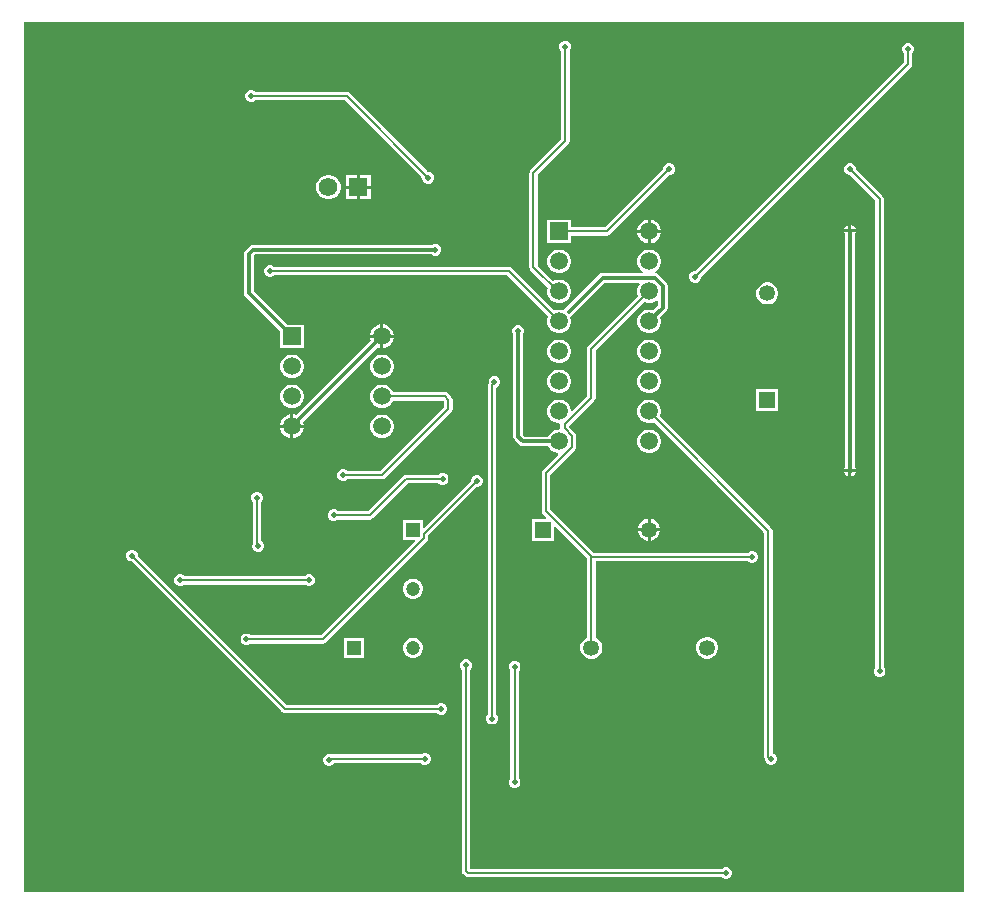
<source format=gbl>
G04*
G04 #@! TF.GenerationSoftware,Altium Limited,Altium Designer,23.11.1 (41)*
G04*
G04 Layer_Physical_Order=2*
G04 Layer_Color=16711680*
%FSLAX44Y44*%
%MOMM*%
G71*
G04*
G04 #@! TF.SameCoordinates,6762E12D-089E-49D2-B3B2-2041342F93EC*
G04*
G04*
G04 #@! TF.FilePolarity,Positive*
G04*
G01*
G75*
%ADD12C,0.2000*%
%ADD19C,1.2000*%
%ADD20R,1.2000X1.2000*%
%ADD21R,1.2000X1.2000*%
%ADD24C,1.5700*%
%ADD25R,1.5700X1.5700*%
%ADD29C,0.3000*%
%ADD30R,1.3500X1.3500*%
%ADD31C,1.3500*%
%ADD32C,1.5000*%
%ADD33R,1.5000X1.5000*%
%ADD34R,1.3500X1.3500*%
%ADD35C,0.5000*%
G36*
X836000Y40000D02*
X40000D01*
Y777000D01*
X836000D01*
Y40000D01*
D02*
G37*
%LPC*%
G36*
X233741Y719046D02*
X231751D01*
X229914Y718285D01*
X228507Y716878D01*
X227746Y715041D01*
Y713051D01*
X228507Y711214D01*
X229914Y709807D01*
X231751Y709046D01*
X233741D01*
X235578Y709807D01*
X236248Y710477D01*
X312268D01*
X377746Y644999D01*
Y644051D01*
X378507Y642214D01*
X379914Y640807D01*
X381752Y640046D01*
X383741D01*
X385578Y640807D01*
X386985Y642214D01*
X387746Y644051D01*
Y646041D01*
X386985Y647878D01*
X385578Y649285D01*
X383741Y650046D01*
X382793D01*
X316269Y716569D01*
X315112Y717343D01*
X313746Y717615D01*
X236248D01*
X235578Y718285D01*
X233741Y719046D01*
D02*
G37*
G36*
X333836Y647436D02*
X324716D01*
Y638316D01*
X333836D01*
Y647436D01*
D02*
G37*
G36*
X322176D02*
X313056D01*
Y638316D01*
X322176D01*
Y647436D01*
D02*
G37*
G36*
X299409Y647396D02*
X296683D01*
X294051Y646691D01*
X291691Y645328D01*
X289764Y643401D01*
X288401Y641041D01*
X287696Y638409D01*
Y635683D01*
X288401Y633051D01*
X289764Y630691D01*
X291691Y628764D01*
X294051Y627401D01*
X296683Y626696D01*
X299409D01*
X302041Y627401D01*
X304401Y628764D01*
X306328Y630691D01*
X307691Y633051D01*
X308396Y635683D01*
Y638409D01*
X307691Y641041D01*
X306328Y643401D01*
X304401Y645328D01*
X302041Y646691D01*
X299409Y647396D01*
D02*
G37*
G36*
X333836Y635776D02*
X324716D01*
Y626656D01*
X333836D01*
Y635776D01*
D02*
G37*
G36*
X322176D02*
X313056D01*
Y626656D01*
X322176D01*
Y635776D01*
D02*
G37*
G36*
X587741Y657046D02*
X585751D01*
X583914Y656285D01*
X582507Y654878D01*
X581746Y653041D01*
Y652093D01*
X532668Y603015D01*
X503546D01*
Y609446D01*
X483546D01*
Y589446D01*
X503546D01*
Y595877D01*
X534146D01*
X535512Y596149D01*
X536669Y596923D01*
X586793Y647046D01*
X587741D01*
X589578Y647807D01*
X590985Y649214D01*
X591746Y651051D01*
Y653041D01*
X590985Y654878D01*
X589578Y656285D01*
X587741Y657046D01*
D02*
G37*
G36*
X741016Y604975D02*
Y601316D01*
X744675D01*
X744019Y602901D01*
X742601Y604319D01*
X741016Y604975D01*
D02*
G37*
G36*
X738476D02*
X736891Y604319D01*
X735473Y602901D01*
X734817Y601316D01*
X738476D01*
Y604975D01*
D02*
G37*
G36*
X571068Y609486D02*
X571016D01*
Y600716D01*
X579786D01*
Y600768D01*
X579102Y603321D01*
X577780Y605611D01*
X575911Y607480D01*
X573621Y608802D01*
X571068Y609486D01*
D02*
G37*
G36*
X568476D02*
X568424D01*
X565871Y608802D01*
X563581Y607480D01*
X561712Y605611D01*
X560390Y603321D01*
X559706Y600768D01*
Y600716D01*
X568476D01*
Y609486D01*
D02*
G37*
G36*
X579786Y598176D02*
X571016D01*
Y589406D01*
X571068D01*
X573621Y590090D01*
X575911Y591412D01*
X577780Y593281D01*
X579102Y595571D01*
X579786Y598124D01*
Y598176D01*
D02*
G37*
G36*
X568476D02*
X559706D01*
Y598124D01*
X560390Y595571D01*
X561712Y593281D01*
X563581Y591412D01*
X565871Y590090D01*
X568424Y589406D01*
X568476D01*
Y598176D01*
D02*
G37*
G36*
X389741Y589046D02*
X387751D01*
X385914Y588285D01*
X385753Y588124D01*
X234503D01*
X234503Y588124D01*
X232943Y587814D01*
X231620Y586930D01*
X231619Y586930D01*
X227862Y583172D01*
X226978Y581849D01*
X226668Y580289D01*
X226668Y580289D01*
Y547206D01*
X226668Y547206D01*
X226978Y545645D01*
X227862Y544322D01*
X257306Y514878D01*
Y500646D01*
X277306D01*
Y520646D01*
X263074D01*
X234824Y548895D01*
Y578599D01*
X236193Y579968D01*
X385753D01*
X385914Y579807D01*
X387751Y579046D01*
X389741D01*
X391578Y579807D01*
X392985Y581214D01*
X393746Y583051D01*
Y585041D01*
X392985Y586878D01*
X391578Y588285D01*
X389741Y589046D01*
D02*
G37*
G36*
X571063Y584046D02*
X568429D01*
X565886Y583364D01*
X563606Y582048D01*
X561744Y580186D01*
X560428Y577906D01*
X559746Y575363D01*
Y572729D01*
X560428Y570186D01*
X561744Y567906D01*
X563606Y566044D01*
X564558Y565494D01*
X564218Y564224D01*
X530446D01*
X530446Y564224D01*
X528885Y563914D01*
X527562Y563030D01*
X498794Y534262D01*
X497910Y532938D01*
X496584Y532785D01*
X494863Y533246D01*
X492229D01*
X489686Y532565D01*
X489425Y532414D01*
X453269Y568569D01*
X452112Y569343D01*
X450746Y569615D01*
X252248D01*
X251578Y570285D01*
X249741Y571046D01*
X247751D01*
X245914Y570285D01*
X244507Y568878D01*
X243746Y567040D01*
Y565051D01*
X244507Y563214D01*
X245914Y561807D01*
X247751Y561046D01*
X249741D01*
X251578Y561807D01*
X252248Y562477D01*
X449268D01*
X484378Y527367D01*
X484227Y527106D01*
X483546Y524562D01*
Y521930D01*
X484227Y519386D01*
X485544Y517106D01*
X487406Y515244D01*
X489686Y513927D01*
X492229Y513246D01*
X494863D01*
X497406Y513927D01*
X499686Y515244D01*
X501548Y517106D01*
X502864Y519386D01*
X503546Y521930D01*
Y524562D01*
X503085Y526284D01*
X503238Y527610D01*
X504562Y528494D01*
X532135Y556068D01*
X561366D01*
X561852Y554894D01*
X561744Y554786D01*
X560428Y552506D01*
X559746Y549963D01*
Y547329D01*
X560428Y544786D01*
X560578Y544525D01*
X518223Y502169D01*
X517449Y501012D01*
X517178Y499646D01*
Y460168D01*
X504719Y447710D01*
X503546Y448196D01*
Y448363D01*
X502864Y450906D01*
X501548Y453186D01*
X499686Y455048D01*
X497406Y456365D01*
X494863Y457046D01*
X492229D01*
X489686Y456365D01*
X487406Y455048D01*
X485544Y453186D01*
X484227Y450906D01*
X483546Y448363D01*
Y445729D01*
X484227Y443186D01*
X485544Y440906D01*
X487406Y439044D01*
X489686Y437728D01*
X492229Y437046D01*
X493732D01*
X494537Y436064D01*
X494534Y436046D01*
Y432646D01*
X494537Y432628D01*
X493732Y431646D01*
X492229D01*
X489686Y430965D01*
X487406Y429648D01*
X485544Y427786D01*
X484354Y425724D01*
X464593D01*
X462824Y427493D01*
Y512053D01*
X462985Y512214D01*
X463746Y514051D01*
Y516040D01*
X462985Y517878D01*
X461578Y519285D01*
X459741Y520046D01*
X457752D01*
X455914Y519285D01*
X454507Y517878D01*
X453746Y516040D01*
Y514051D01*
X454507Y512214D01*
X454668Y512053D01*
Y425803D01*
X454668Y425803D01*
X454978Y424243D01*
X455862Y422920D01*
X460019Y418762D01*
X460020Y418762D01*
X461343Y417878D01*
X462903Y417568D01*
X462904Y417568D01*
X484354D01*
X485544Y415506D01*
X487406Y413644D01*
X489686Y412327D01*
X492229Y411646D01*
X492396D01*
X492882Y410473D01*
X480023Y397613D01*
X479249Y396455D01*
X478978Y395090D01*
Y362696D01*
X479249Y361330D01*
X480023Y360172D01*
X482726Y357469D01*
X482240Y356296D01*
X470496D01*
Y337796D01*
X488996D01*
Y349540D01*
X490169Y350026D01*
X517178Y323018D01*
Y255666D01*
X517176Y255666D01*
X515066Y254448D01*
X513344Y252726D01*
X512126Y250616D01*
X511496Y248264D01*
Y245828D01*
X512126Y243476D01*
X513344Y241366D01*
X515066Y239644D01*
X517176Y238426D01*
X519528Y237796D01*
X521964D01*
X524316Y238426D01*
X526426Y239644D01*
X528148Y241366D01*
X529366Y243476D01*
X529996Y245828D01*
Y248264D01*
X529366Y250616D01*
X528148Y252726D01*
X526426Y254448D01*
X524316Y255666D01*
X524315Y255666D01*
Y320477D01*
X653243D01*
X653914Y319807D01*
X655751Y319046D01*
X657741D01*
X659578Y319807D01*
X660985Y321214D01*
X661746Y323051D01*
Y325041D01*
X660985Y326878D01*
X659578Y328285D01*
X657741Y329046D01*
X655751D01*
X653914Y328285D01*
X653243Y327615D01*
X522674D01*
X486115Y364174D01*
Y393611D01*
X507069Y414566D01*
X507843Y415724D01*
X508115Y417090D01*
Y426202D01*
X507843Y427568D01*
X507069Y428726D01*
X501671Y434124D01*
Y434568D01*
X523269Y456166D01*
X524043Y457324D01*
X524315Y458690D01*
Y498168D01*
X565625Y539478D01*
X565886Y539328D01*
X568429Y538646D01*
X571063D01*
X573606Y539328D01*
X575886Y540644D01*
X575994Y540752D01*
X577168Y540266D01*
Y536435D01*
X573362Y532630D01*
X571063Y533246D01*
X568429D01*
X565886Y532565D01*
X563606Y531248D01*
X561744Y529386D01*
X560428Y527106D01*
X559746Y524562D01*
Y521930D01*
X560428Y519386D01*
X561744Y517106D01*
X563606Y515244D01*
X565886Y513927D01*
X568429Y513246D01*
X571063D01*
X573606Y513927D01*
X575886Y515244D01*
X577748Y517106D01*
X579064Y519386D01*
X579746Y521930D01*
Y524562D01*
X579130Y526862D01*
X584130Y531862D01*
X584130Y531862D01*
X585014Y533185D01*
X585324Y534746D01*
X585324Y534746D01*
Y553409D01*
X585014Y554970D01*
X584130Y556293D01*
X584130Y556293D01*
X577393Y563030D01*
X576070Y563914D01*
X575078Y564111D01*
X574857Y565450D01*
X575886Y566044D01*
X577748Y567906D01*
X579064Y570186D01*
X579746Y572729D01*
Y575363D01*
X579064Y577906D01*
X577748Y580186D01*
X575886Y582048D01*
X573606Y583364D01*
X571063Y584046D01*
D02*
G37*
G36*
X494863D02*
X492229D01*
X489686Y583364D01*
X487406Y582048D01*
X485544Y580186D01*
X484227Y577906D01*
X483546Y575363D01*
Y572729D01*
X484227Y570186D01*
X485544Y567906D01*
X487406Y566044D01*
X489686Y564728D01*
X492229Y564046D01*
X494863D01*
X497406Y564728D01*
X499686Y566044D01*
X501548Y567906D01*
X502864Y570186D01*
X503546Y572729D01*
Y575363D01*
X502864Y577906D01*
X501548Y580186D01*
X499686Y582048D01*
X497406Y583364D01*
X494863Y584046D01*
D02*
G37*
G36*
X789741Y759046D02*
X787751D01*
X785914Y758285D01*
X784507Y756878D01*
X783746Y755041D01*
Y753051D01*
X784507Y751214D01*
X785177Y750544D01*
Y742524D01*
X608699Y566046D01*
X607752D01*
X605914Y565285D01*
X604507Y563878D01*
X603746Y562041D01*
Y560051D01*
X604507Y558214D01*
X605914Y556807D01*
X607752Y556046D01*
X609741D01*
X611578Y556807D01*
X612985Y558214D01*
X613746Y560051D01*
Y560999D01*
X791269Y738523D01*
X792043Y739680D01*
X792315Y741046D01*
Y750544D01*
X792985Y751214D01*
X793746Y753051D01*
Y755041D01*
X792985Y756878D01*
X791578Y758285D01*
X789741Y759046D01*
D02*
G37*
G36*
X499741Y761046D02*
X497752D01*
X495914Y760285D01*
X494507Y758878D01*
X493746Y757040D01*
Y755051D01*
X494507Y753214D01*
X495177Y752543D01*
Y677118D01*
X469223Y651163D01*
X468449Y650006D01*
X468177Y648640D01*
Y569046D01*
X468449Y567680D01*
X469223Y566523D01*
X484019Y551727D01*
X483546Y549963D01*
Y547329D01*
X484227Y544786D01*
X485544Y542506D01*
X487406Y540644D01*
X489686Y539328D01*
X492229Y538646D01*
X494863D01*
X497406Y539328D01*
X499686Y540644D01*
X501548Y542506D01*
X502864Y544786D01*
X503546Y547329D01*
Y549963D01*
X502864Y552506D01*
X501548Y554786D01*
X499686Y556648D01*
X497406Y557965D01*
X494863Y558646D01*
X492229D01*
X489686Y557965D01*
X488537Y557301D01*
X475315Y570524D01*
Y647162D01*
X501269Y673117D01*
X502043Y674274D01*
X502315Y675640D01*
Y752543D01*
X502985Y753214D01*
X503746Y755051D01*
Y757040D01*
X502985Y758878D01*
X501578Y760285D01*
X499741Y761046D01*
D02*
G37*
G36*
X670964Y556296D02*
X668528D01*
X666176Y555666D01*
X664066Y554448D01*
X662344Y552726D01*
X661126Y550616D01*
X660496Y548264D01*
Y545828D01*
X661126Y543476D01*
X662344Y541366D01*
X664066Y539644D01*
X666176Y538426D01*
X668528Y537796D01*
X670964D01*
X673316Y538426D01*
X675426Y539644D01*
X677148Y541366D01*
X678366Y543476D01*
X678996Y545828D01*
Y548264D01*
X678366Y550616D01*
X677148Y552726D01*
X675426Y554448D01*
X673316Y555666D01*
X670964Y556296D01*
D02*
G37*
G36*
X344828Y520686D02*
X344776D01*
Y511916D01*
X353546D01*
Y511968D01*
X352862Y514521D01*
X351540Y516811D01*
X349671Y518680D01*
X347381Y520002D01*
X344828Y520686D01*
D02*
G37*
G36*
X342236D02*
X342184D01*
X339631Y520002D01*
X337341Y518680D01*
X335472Y516811D01*
X334150Y514521D01*
X333466Y511968D01*
Y511916D01*
X342236D01*
Y520686D01*
D02*
G37*
G36*
X353546Y509376D02*
X344776D01*
Y500606D01*
X344828D01*
X347381Y501290D01*
X349671Y502612D01*
X351540Y504481D01*
X352862Y506771D01*
X353546Y509324D01*
Y509376D01*
D02*
G37*
G36*
X342236D02*
X333466D01*
Y509324D01*
X334090Y506997D01*
X270955Y443862D01*
X268628Y444486D01*
X268576D01*
Y435716D01*
X277346D01*
Y435768D01*
X276723Y438095D01*
X339857Y501230D01*
X342184Y500606D01*
X342236D01*
Y509376D01*
D02*
G37*
G36*
X571063Y507846D02*
X568429D01*
X565886Y507164D01*
X563606Y505848D01*
X561744Y503986D01*
X560428Y501706D01*
X559746Y499162D01*
Y496530D01*
X560428Y493986D01*
X561744Y491706D01*
X563606Y489844D01*
X565886Y488527D01*
X568429Y487846D01*
X571063D01*
X573606Y488527D01*
X575886Y489844D01*
X577748Y491706D01*
X579064Y493986D01*
X579746Y496530D01*
Y499162D01*
X579064Y501706D01*
X577748Y503986D01*
X575886Y505848D01*
X573606Y507164D01*
X571063Y507846D01*
D02*
G37*
G36*
X494863D02*
X492229D01*
X489686Y507164D01*
X487406Y505848D01*
X485544Y503986D01*
X484227Y501706D01*
X483546Y499162D01*
Y496530D01*
X484227Y493986D01*
X485544Y491706D01*
X487406Y489844D01*
X489686Y488527D01*
X492229Y487846D01*
X494863D01*
X497406Y488527D01*
X499686Y489844D01*
X501548Y491706D01*
X502864Y493986D01*
X503546Y496530D01*
Y499162D01*
X502864Y501706D01*
X501548Y503986D01*
X499686Y505848D01*
X497406Y507164D01*
X494863Y507846D01*
D02*
G37*
G36*
X344823Y495246D02*
X342189D01*
X339646Y494565D01*
X337366Y493248D01*
X335504Y491386D01*
X334188Y489106D01*
X333506Y486562D01*
Y483929D01*
X334188Y481386D01*
X335504Y479106D01*
X337366Y477244D01*
X339646Y475928D01*
X342189Y475246D01*
X344823D01*
X347366Y475928D01*
X349646Y477244D01*
X351508Y479106D01*
X352825Y481386D01*
X353506Y483929D01*
Y486562D01*
X352825Y489106D01*
X351508Y491386D01*
X349646Y493248D01*
X347366Y494565D01*
X344823Y495246D01*
D02*
G37*
G36*
X268623D02*
X265989D01*
X263446Y494565D01*
X261166Y493248D01*
X259304Y491386D01*
X257987Y489106D01*
X257306Y486562D01*
Y483929D01*
X257987Y481386D01*
X259304Y479106D01*
X261166Y477244D01*
X263446Y475928D01*
X265989Y475246D01*
X268623D01*
X271166Y475928D01*
X273446Y477244D01*
X275308Y479106D01*
X276625Y481386D01*
X277306Y483929D01*
Y486562D01*
X276625Y489106D01*
X275308Y491386D01*
X273446Y493248D01*
X271166Y494565D01*
X268623Y495246D01*
D02*
G37*
G36*
X571063Y482446D02*
X568429D01*
X565886Y481764D01*
X563606Y480448D01*
X561744Y478586D01*
X560428Y476306D01*
X559746Y473763D01*
Y471129D01*
X560428Y468586D01*
X561744Y466306D01*
X563606Y464444D01*
X565886Y463128D01*
X568429Y462446D01*
X571063D01*
X573606Y463128D01*
X575886Y464444D01*
X577748Y466306D01*
X579064Y468586D01*
X579746Y471129D01*
Y473763D01*
X579064Y476306D01*
X577748Y478586D01*
X575886Y480448D01*
X573606Y481764D01*
X571063Y482446D01*
D02*
G37*
G36*
X494863D02*
X492229D01*
X489686Y481764D01*
X487406Y480448D01*
X485544Y478586D01*
X484227Y476306D01*
X483546Y473763D01*
Y471129D01*
X484227Y468586D01*
X485544Y466306D01*
X487406Y464444D01*
X489686Y463128D01*
X492229Y462446D01*
X494863D01*
X497406Y463128D01*
X499686Y464444D01*
X501548Y466306D01*
X502864Y468586D01*
X503546Y471129D01*
Y473763D01*
X502864Y476306D01*
X501548Y478586D01*
X499686Y480448D01*
X497406Y481764D01*
X494863Y482446D01*
D02*
G37*
G36*
X268623Y469846D02*
X265989D01*
X263446Y469165D01*
X261166Y467848D01*
X259304Y465986D01*
X257987Y463706D01*
X257306Y461162D01*
Y458530D01*
X257987Y455986D01*
X259304Y453706D01*
X261166Y451844D01*
X263446Y450527D01*
X265989Y449846D01*
X268623D01*
X271166Y450527D01*
X273446Y451844D01*
X275308Y453706D01*
X276625Y455986D01*
X277306Y458530D01*
Y461162D01*
X276625Y463706D01*
X275308Y465986D01*
X273446Y467848D01*
X271166Y469165D01*
X268623Y469846D01*
D02*
G37*
G36*
X678996Y466296D02*
X660496D01*
Y447796D01*
X678996D01*
Y466296D01*
D02*
G37*
G36*
X266036Y444486D02*
X265984D01*
X263431Y443802D01*
X261141Y442480D01*
X259272Y440611D01*
X257950Y438321D01*
X257266Y435768D01*
Y435716D01*
X266036D01*
Y444486D01*
D02*
G37*
G36*
X344823Y444446D02*
X342189D01*
X339646Y443764D01*
X337366Y442448D01*
X335504Y440586D01*
X334188Y438306D01*
X333506Y435762D01*
Y433130D01*
X334188Y430586D01*
X335504Y428306D01*
X337366Y426444D01*
X339646Y425127D01*
X342189Y424446D01*
X344823D01*
X347366Y425127D01*
X349646Y426444D01*
X351508Y428306D01*
X352825Y430586D01*
X353506Y433130D01*
Y435762D01*
X352825Y438306D01*
X351508Y440586D01*
X349646Y442448D01*
X347366Y443764D01*
X344823Y444446D01*
D02*
G37*
G36*
X277346Y433176D02*
X268576D01*
Y424406D01*
X268628D01*
X271181Y425090D01*
X273471Y426412D01*
X275340Y428281D01*
X276662Y430571D01*
X277346Y433124D01*
Y433176D01*
D02*
G37*
G36*
X266036D02*
X257266D01*
Y433124D01*
X257950Y430571D01*
X259272Y428281D01*
X261141Y426412D01*
X263431Y425090D01*
X265984Y424406D01*
X266036D01*
Y433176D01*
D02*
G37*
G36*
X571063Y431646D02*
X568429D01*
X565886Y430965D01*
X563606Y429648D01*
X561744Y427786D01*
X560428Y425506D01*
X559746Y422962D01*
Y420330D01*
X560428Y417786D01*
X561744Y415506D01*
X563606Y413644D01*
X565886Y412327D01*
X568429Y411646D01*
X571063D01*
X573606Y412327D01*
X575886Y413644D01*
X577748Y415506D01*
X579064Y417786D01*
X579746Y420330D01*
Y422962D01*
X579064Y425506D01*
X577748Y427786D01*
X575886Y429648D01*
X573606Y430965D01*
X571063Y431646D01*
D02*
G37*
G36*
X744675Y598776D02*
X734817D01*
X735473Y597191D01*
X735668Y596997D01*
Y400095D01*
X735473Y399901D01*
X734817Y398316D01*
X744675D01*
X744019Y399901D01*
X743824Y400095D01*
Y596997D01*
X744019Y597191D01*
X744675Y598776D01*
D02*
G37*
G36*
X344823Y469846D02*
X342189D01*
X339646Y469165D01*
X337366Y467848D01*
X335504Y465986D01*
X334188Y463706D01*
X333506Y461162D01*
Y458530D01*
X334188Y455986D01*
X335504Y453706D01*
X337366Y451844D01*
X339646Y450527D01*
X342189Y449846D01*
X344823D01*
X347366Y450527D01*
X349646Y451844D01*
X351508Y453706D01*
X352825Y455986D01*
X352903Y456277D01*
X395468D01*
X396177Y455568D01*
Y450524D01*
X342268Y396615D01*
X314249D01*
X313578Y397285D01*
X311741Y398046D01*
X309751D01*
X307914Y397285D01*
X306507Y395878D01*
X305746Y394041D01*
Y392051D01*
X306507Y390214D01*
X307914Y388807D01*
X309751Y388046D01*
X311741D01*
X313578Y388807D01*
X314249Y389477D01*
X343746D01*
X345112Y389749D01*
X346269Y390523D01*
X402269Y446523D01*
X403043Y447680D01*
X403315Y449046D01*
Y457046D01*
X403043Y458412D01*
X402269Y459569D01*
X399469Y462369D01*
X398312Y463143D01*
X396946Y463415D01*
X352903D01*
X352825Y463706D01*
X351508Y465986D01*
X349646Y467848D01*
X347366Y469165D01*
X344823Y469846D01*
D02*
G37*
G36*
X744675Y395776D02*
X741016D01*
Y392117D01*
X742601Y392773D01*
X744019Y394191D01*
X744675Y395776D01*
D02*
G37*
G36*
X738476D02*
X734817D01*
X735473Y394191D01*
X736891Y392773D01*
X738476Y392117D01*
Y395776D01*
D02*
G37*
G36*
X395741Y395046D02*
X393751D01*
X391914Y394285D01*
X391244Y393615D01*
X364246D01*
X362880Y393343D01*
X361723Y392569D01*
X331768Y362615D01*
X306248D01*
X305578Y363285D01*
X303741Y364046D01*
X301751D01*
X299914Y363285D01*
X298507Y361878D01*
X297746Y360041D01*
Y358051D01*
X298507Y356214D01*
X299914Y354807D01*
X301751Y354046D01*
X303741D01*
X305578Y354807D01*
X306248Y355477D01*
X333246D01*
X334612Y355749D01*
X335769Y356523D01*
X365724Y386477D01*
X391244D01*
X391914Y385807D01*
X393751Y385046D01*
X395741D01*
X397578Y385807D01*
X398985Y387214D01*
X399746Y389051D01*
Y391041D01*
X398985Y392878D01*
X397578Y394285D01*
X395741Y395046D01*
D02*
G37*
G36*
X424741Y393046D02*
X422752D01*
X420914Y392285D01*
X419507Y390878D01*
X418746Y389040D01*
Y388093D01*
X379419Y348766D01*
X378246Y349252D01*
Y355546D01*
X361246D01*
Y338546D01*
X371490D01*
X371976Y337373D01*
X292218Y257615D01*
X232248D01*
X231578Y258285D01*
X229741Y259046D01*
X227752D01*
X225914Y258285D01*
X224507Y256878D01*
X223746Y255041D01*
Y253051D01*
X224507Y251214D01*
X225914Y249807D01*
X227752Y249046D01*
X229741D01*
X231578Y249807D01*
X232248Y250477D01*
X293696D01*
X295061Y250749D01*
X296219Y251523D01*
X381769Y337073D01*
X382543Y338231D01*
X382815Y339596D01*
Y342068D01*
X423793Y383046D01*
X424741D01*
X426578Y383807D01*
X427985Y385214D01*
X428746Y387051D01*
Y389040D01*
X427985Y390878D01*
X426578Y392285D01*
X424741Y393046D01*
D02*
G37*
G36*
X571016Y356323D02*
Y348316D01*
X579024D01*
X578403Y350632D01*
X577180Y352750D01*
X575450Y354480D01*
X573332Y355703D01*
X571016Y356323D01*
D02*
G37*
G36*
X568476D02*
X566160Y355703D01*
X564042Y354480D01*
X562312Y352750D01*
X561089Y350632D01*
X560469Y348316D01*
X568476D01*
Y356323D01*
D02*
G37*
G36*
X579024Y345776D02*
X571016D01*
Y337769D01*
X573332Y338389D01*
X575450Y339612D01*
X577180Y341342D01*
X578403Y343460D01*
X579024Y345776D01*
D02*
G37*
G36*
X568476D02*
X560469D01*
X561089Y343460D01*
X562312Y341342D01*
X564042Y339612D01*
X566160Y338389D01*
X568476Y337769D01*
Y345776D01*
D02*
G37*
G36*
X238741Y379046D02*
X236751D01*
X234914Y378285D01*
X233507Y376878D01*
X232746Y375041D01*
Y373051D01*
X233507Y371214D01*
X234177Y370544D01*
Y335082D01*
X233746Y334041D01*
Y332051D01*
X234507Y330214D01*
X235914Y328807D01*
X237752Y328046D01*
X239741D01*
X241578Y328807D01*
X242985Y330214D01*
X243746Y332051D01*
Y334041D01*
X242985Y335878D01*
X241578Y337285D01*
X241315Y337394D01*
Y370544D01*
X241985Y371214D01*
X242746Y373051D01*
Y375041D01*
X241985Y376878D01*
X240578Y378285D01*
X238741Y379046D01*
D02*
G37*
G36*
X282741Y309046D02*
X280751D01*
X278914Y308285D01*
X278244Y307615D01*
X176248D01*
X175578Y308285D01*
X173741Y309046D01*
X171751D01*
X169914Y308285D01*
X168507Y306878D01*
X167746Y305041D01*
Y303051D01*
X168507Y301214D01*
X169914Y299807D01*
X171751Y299046D01*
X173741D01*
X175578Y299807D01*
X176248Y300477D01*
X278244D01*
X278914Y299807D01*
X280751Y299046D01*
X282741D01*
X284578Y299807D01*
X285985Y301214D01*
X286746Y303051D01*
Y305041D01*
X285985Y306878D01*
X284578Y308285D01*
X282741Y309046D01*
D02*
G37*
G36*
X370865Y305546D02*
X368627D01*
X366465Y304967D01*
X364527Y303848D01*
X362944Y302265D01*
X361825Y300327D01*
X361246Y298165D01*
Y295927D01*
X361825Y293765D01*
X362944Y291827D01*
X364527Y290244D01*
X366465Y289125D01*
X368627Y288546D01*
X370865D01*
X373027Y289125D01*
X374965Y290244D01*
X376548Y291827D01*
X377667Y293765D01*
X378246Y295927D01*
Y298165D01*
X377667Y300327D01*
X376548Y302265D01*
X374965Y303848D01*
X373027Y304967D01*
X370865Y305546D01*
D02*
G37*
G36*
Y255546D02*
X368627D01*
X366465Y254967D01*
X364527Y253848D01*
X362944Y252265D01*
X361825Y250327D01*
X361246Y248165D01*
Y245927D01*
X361825Y243765D01*
X362944Y241827D01*
X364527Y240244D01*
X366465Y239125D01*
X368627Y238546D01*
X370865D01*
X373027Y239125D01*
X374965Y240244D01*
X376548Y241827D01*
X377667Y243765D01*
X378246Y245927D01*
Y248165D01*
X377667Y250327D01*
X376548Y252265D01*
X374965Y253848D01*
X373027Y254967D01*
X370865Y255546D01*
D02*
G37*
G36*
X328246D02*
X311246D01*
Y238546D01*
X328246D01*
Y255546D01*
D02*
G37*
G36*
X619964Y256296D02*
X617528D01*
X615176Y255666D01*
X613066Y254448D01*
X611344Y252726D01*
X610126Y250616D01*
X609496Y248264D01*
Y245828D01*
X610126Y243476D01*
X611344Y241366D01*
X613066Y239644D01*
X615176Y238426D01*
X617528Y237796D01*
X619964D01*
X622316Y238426D01*
X624426Y239644D01*
X626148Y241366D01*
X627366Y243476D01*
X627996Y245828D01*
Y248264D01*
X627366Y250616D01*
X626148Y252726D01*
X624426Y254448D01*
X622316Y255666D01*
X619964Y256296D01*
D02*
G37*
G36*
X740741Y657046D02*
X738752D01*
X736914Y656285D01*
X735507Y654878D01*
X734746Y653041D01*
Y651051D01*
X735507Y649214D01*
X736914Y647807D01*
X738752Y647046D01*
X739699D01*
X761177Y625568D01*
Y230548D01*
X760507Y229878D01*
X759746Y228041D01*
Y226051D01*
X760507Y224214D01*
X761914Y222807D01*
X763752Y222046D01*
X765741D01*
X767578Y222807D01*
X768985Y224214D01*
X769746Y226051D01*
Y228041D01*
X768985Y229878D01*
X768315Y230548D01*
Y627046D01*
X768043Y628412D01*
X767269Y629569D01*
X744746Y652093D01*
Y653041D01*
X743985Y654878D01*
X742578Y656285D01*
X740741Y657046D01*
D02*
G37*
G36*
X132741Y330046D02*
X130751D01*
X128914Y329285D01*
X127507Y327878D01*
X126746Y326040D01*
Y324051D01*
X127507Y322214D01*
X128914Y320807D01*
X130751Y320046D01*
X131699D01*
X259223Y192523D01*
X260380Y191749D01*
X261746Y191477D01*
X390243D01*
X390914Y190807D01*
X392752Y190046D01*
X394741D01*
X396578Y190807D01*
X397985Y192214D01*
X398746Y194051D01*
Y196041D01*
X397985Y197878D01*
X396578Y199285D01*
X394741Y200046D01*
X392752D01*
X390914Y199285D01*
X390243Y198615D01*
X263224D01*
X136746Y325093D01*
Y326040D01*
X135985Y327878D01*
X134578Y329285D01*
X132741Y330046D01*
D02*
G37*
G36*
X439741Y477046D02*
X437751D01*
X435914Y476285D01*
X434507Y474878D01*
X433746Y473041D01*
Y471051D01*
X433748Y471047D01*
X433449Y470600D01*
X433177Y469234D01*
Y190548D01*
X432507Y189878D01*
X431746Y188041D01*
Y186051D01*
X432507Y184214D01*
X433914Y182807D01*
X435751Y182046D01*
X437741D01*
X439578Y182807D01*
X440985Y184214D01*
X441746Y186051D01*
Y188041D01*
X440985Y189878D01*
X440315Y190548D01*
Y467284D01*
X441578Y467807D01*
X442985Y469214D01*
X443746Y471051D01*
Y473041D01*
X442985Y474878D01*
X441578Y476285D01*
X439741Y477046D01*
D02*
G37*
G36*
X380741Y158046D02*
X378751D01*
X376914Y157285D01*
X376244Y156615D01*
X300782D01*
X299741Y157046D01*
X297751D01*
X295914Y156285D01*
X294507Y154878D01*
X293746Y153041D01*
Y151051D01*
X294507Y149214D01*
X295914Y147807D01*
X297751Y147046D01*
X299741D01*
X301578Y147807D01*
X302985Y149214D01*
X303094Y149477D01*
X376244D01*
X376914Y148807D01*
X378751Y148046D01*
X380741D01*
X382578Y148807D01*
X383985Y150214D01*
X384746Y152051D01*
Y154041D01*
X383985Y155878D01*
X382578Y157285D01*
X380741Y158046D01*
D02*
G37*
G36*
X571063Y457046D02*
X568429D01*
X565886Y456365D01*
X563606Y455048D01*
X561744Y453186D01*
X560428Y450906D01*
X559746Y448363D01*
Y445729D01*
X560428Y443186D01*
X561744Y440906D01*
X563606Y439044D01*
X565886Y437728D01*
X568429Y437046D01*
X571063D01*
X573606Y437728D01*
X573867Y437878D01*
X667178Y344568D01*
Y154218D01*
X667449Y152852D01*
X667746Y152408D01*
Y152051D01*
X668507Y150214D01*
X669914Y148807D01*
X671751Y148046D01*
X673741D01*
X675578Y148807D01*
X676985Y150214D01*
X677746Y152051D01*
Y154041D01*
X676985Y155878D01*
X675578Y157285D01*
X674315Y157808D01*
Y346046D01*
X674043Y347412D01*
X673269Y348569D01*
X578914Y442925D01*
X579064Y443186D01*
X579746Y445729D01*
Y448363D01*
X579064Y450906D01*
X577748Y453186D01*
X575886Y455048D01*
X573606Y456365D01*
X571063Y457046D01*
D02*
G37*
G36*
X456741Y236046D02*
X454752D01*
X452914Y235285D01*
X451507Y233878D01*
X450746Y232041D01*
Y230051D01*
X451507Y228214D01*
X452178Y227544D01*
Y136549D01*
X451507Y135878D01*
X450746Y134040D01*
Y132051D01*
X451507Y130214D01*
X452914Y128807D01*
X454752Y128046D01*
X456741D01*
X458578Y128807D01*
X459985Y130214D01*
X460746Y132051D01*
Y134040D01*
X459985Y135878D01*
X459315Y136549D01*
Y227544D01*
X459985Y228214D01*
X460746Y230051D01*
Y232041D01*
X459985Y233878D01*
X458578Y235285D01*
X456741Y236046D01*
D02*
G37*
G36*
X415741Y237046D02*
X413751D01*
X411914Y236285D01*
X410507Y234878D01*
X409746Y233041D01*
Y231051D01*
X410507Y229214D01*
X411177Y228543D01*
Y58046D01*
X411449Y56680D01*
X412223Y55523D01*
X414223Y53523D01*
X415380Y52749D01*
X416746Y52477D01*
X631244D01*
X631914Y51807D01*
X633751Y51046D01*
X635741D01*
X637578Y51807D01*
X638985Y53214D01*
X639746Y55051D01*
Y57041D01*
X638985Y58878D01*
X637578Y60285D01*
X635741Y61046D01*
X633751D01*
X631914Y60285D01*
X631244Y59615D01*
X418315D01*
Y228543D01*
X418985Y229214D01*
X419746Y231051D01*
Y233041D01*
X418985Y234878D01*
X417578Y236285D01*
X415741Y237046D01*
D02*
G37*
%LPD*%
D12*
X364246Y390046D02*
X394746D01*
X333246Y359046D02*
X364246Y390046D01*
X228746Y254046D02*
X293696D01*
X379246Y339596D01*
Y343546D01*
X423746Y388046D01*
X436746Y187046D02*
Y469234D01*
X438746Y471234D02*
Y472046D01*
X436746Y469234D02*
X438746Y471234D01*
X482546Y395090D02*
X504546Y417090D01*
X482546Y362696D02*
Y395090D01*
X520746Y324496D02*
X521196Y324046D01*
X656746D01*
X261746Y195046D02*
X393746D01*
X131746Y325046D02*
X261746Y195046D01*
X416746Y56046D02*
X634746D01*
X414746Y58046D02*
Y232046D01*
Y58046D02*
X416746Y56046D01*
X172746Y304046D02*
X281746D01*
X482546Y362696D02*
X520746Y324496D01*
Y247046D02*
Y324496D01*
X299558Y152046D02*
X300558Y153046D01*
X379746D01*
X298746Y152046D02*
X299558D01*
X670763Y154218D02*
X671934Y153046D01*
X670746Y154218D02*
Y346046D01*
X671934Y153046D02*
X672746D01*
X670746Y154218D02*
X670763D01*
X569746Y447046D02*
X670746Y346046D01*
X520746Y499646D02*
X569746Y548646D01*
X498102Y436046D02*
X520746Y458690D01*
Y499646D01*
X498102Y432646D02*
Y436046D01*
Y432646D02*
X504546Y426202D01*
Y417090D02*
Y426202D01*
X450746Y566046D02*
X493546Y523246D01*
X248746Y566046D02*
X450746D01*
X492146Y548646D02*
X493546D01*
X471746Y569046D02*
X492146Y548646D01*
X471746Y569046D02*
Y648640D01*
X498746Y675640D02*
Y756046D01*
X471746Y648640D02*
X498746Y675640D01*
X534146Y599446D02*
X586746Y652046D01*
X493546Y599446D02*
X534146D01*
X764746Y227046D02*
Y627046D01*
X739746Y652046D02*
X764746Y627046D01*
X608746Y561046D02*
X788746Y741046D01*
Y754046D01*
X238746Y333046D02*
Y333858D01*
X237746Y334858D02*
Y374046D01*
Y334858D02*
X238746Y333858D01*
X310746Y393046D02*
X343746D01*
X399746Y449046D01*
X302746Y359046D02*
X333246D01*
X343506Y459846D02*
X396946D01*
X399746Y457046D01*
Y449046D02*
Y457046D01*
X455746Y133046D02*
Y231046D01*
X232746Y714046D02*
X313746D01*
X382746Y645046D01*
D19*
X369746Y247046D02*
D03*
Y297046D02*
D03*
D20*
X319746Y247046D02*
D03*
D21*
X369746Y347046D02*
D03*
D24*
X298046Y637046D02*
D03*
D25*
X323446D02*
D03*
D29*
X458746Y425803D02*
Y515046D01*
Y425803D02*
X462903Y421646D01*
X501678Y531378D02*
X530446Y560146D01*
X574510D01*
X581246Y553409D01*
Y534746D02*
Y553409D01*
X569746Y523246D02*
X581246Y534746D01*
X462903Y421646D02*
X493546D01*
X230746Y547206D02*
Y580289D01*
X234503Y584046D02*
X388746D01*
X230746Y580289D02*
X234503Y584046D01*
X230746Y547206D02*
X267306Y510646D01*
X739746Y397046D02*
Y600046D01*
X267306Y434446D02*
X343506Y510646D01*
D30*
X479746Y347046D02*
D03*
D31*
X569746D02*
D03*
X520746Y247046D02*
D03*
X618746D02*
D03*
X669746Y547046D02*
D03*
D32*
X569746Y421646D02*
D03*
Y447046D02*
D03*
Y472446D02*
D03*
Y497846D02*
D03*
Y523246D02*
D03*
Y548646D02*
D03*
Y574046D02*
D03*
Y599446D02*
D03*
X493546Y421646D02*
D03*
Y447046D02*
D03*
Y472446D02*
D03*
Y497846D02*
D03*
Y523246D02*
D03*
Y548646D02*
D03*
Y574046D02*
D03*
X267306Y485246D02*
D03*
Y459846D02*
D03*
Y434446D02*
D03*
X343506Y510646D02*
D03*
Y485246D02*
D03*
Y459846D02*
D03*
Y434446D02*
D03*
D33*
X493546Y599446D02*
D03*
X267306Y510646D02*
D03*
D34*
X669746Y457046D02*
D03*
D35*
X228746Y254046D02*
D03*
X423746Y388046D02*
D03*
X656746Y324046D02*
D03*
X393746Y195046D02*
D03*
X131746Y325046D02*
D03*
X298746Y152046D02*
D03*
X379746Y153046D02*
D03*
X672746D02*
D03*
X458746Y515046D02*
D03*
X388746Y584046D02*
D03*
X739746Y600046D02*
D03*
Y397046D02*
D03*
X498746Y756046D02*
D03*
X586746Y652046D02*
D03*
X739746D02*
D03*
X764746Y227046D02*
D03*
X238746Y333046D02*
D03*
X237746Y374046D02*
D03*
X302746Y359046D02*
D03*
X394746Y390046D02*
D03*
X281746Y304046D02*
D03*
X172746D02*
D03*
X310746Y393046D02*
D03*
X455746Y133046D02*
D03*
Y231046D02*
D03*
X634746Y56046D02*
D03*
X414746Y232046D02*
D03*
X248746Y566046D02*
D03*
X232746Y714046D02*
D03*
X382746Y645046D02*
D03*
X438746Y472046D02*
D03*
X436746Y187046D02*
D03*
X788746Y754046D02*
D03*
X608746Y561046D02*
D03*
M02*

</source>
